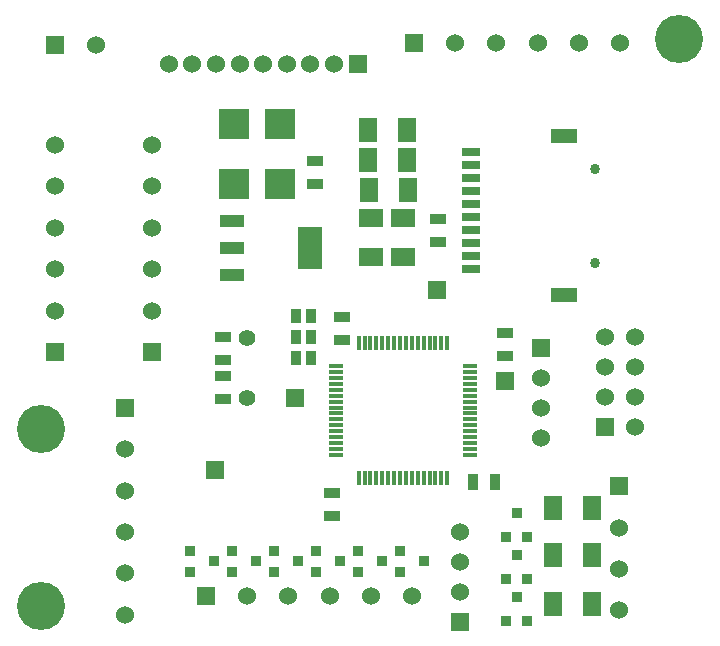
<source format=gts>
G04 (created by PCBNEW (2013-may-18)-stable) date Вт 17 фев 2015 22:42:46*
%MOIN*%
G04 Gerber Fmt 3.4, Leading zero omitted, Abs format*
%FSLAX34Y34*%
G01*
G70*
G90*
G04 APERTURE LIST*
%ADD10C,0.00590551*%
%ADD11R,0.06X0.06*%
%ADD12C,0.06*%
%ADD13R,0.036X0.036*%
%ADD14R,0.08X0.144*%
%ADD15R,0.08X0.04*%
%ADD16R,0.08X0.06*%
%ADD17R,0.06X0.08*%
%ADD18R,0.055X0.035*%
%ADD19R,0.035X0.055*%
%ADD20R,0.062X0.026*%
%ADD21C,0.034*%
%ADD22R,0.086X0.046*%
%ADD23C,0.056*%
%ADD24R,0.0472X0.0118*%
%ADD25R,0.0118X0.0472*%
%ADD26R,0.0984X0.1004*%
%ADD27R,0.038X0.05*%
%ADD28C,0.16*%
G04 APERTURE END LIST*
G54D10*
G54D11*
X32440Y-34043D03*
G54D12*
X32440Y-32665D03*
X32440Y-31287D03*
X32440Y-29909D03*
X32440Y-28531D03*
X32440Y-27153D03*
G54D11*
X29212Y-34043D03*
G54D12*
X29212Y-32665D03*
X29212Y-31287D03*
X29212Y-29909D03*
X29212Y-28531D03*
X29212Y-27153D03*
G54D11*
X41153Y-23740D03*
G54D12*
X42531Y-23740D03*
X43909Y-23740D03*
X45287Y-23740D03*
X46665Y-23740D03*
X48043Y-23740D03*
G54D11*
X34224Y-42165D03*
G54D12*
X35602Y-42165D03*
X36980Y-42165D03*
X38358Y-42165D03*
X39736Y-42165D03*
X41113Y-42165D03*
G54D11*
X31535Y-35917D03*
G54D12*
X31535Y-37295D03*
X31535Y-38673D03*
X31535Y-40050D03*
X31535Y-41428D03*
X31535Y-42806D03*
G54D11*
X29203Y-23818D03*
G54D12*
X30581Y-23818D03*
G54D13*
X37897Y-41379D03*
X37897Y-40679D03*
X38697Y-41029D03*
X44950Y-43000D03*
X44250Y-43000D03*
X44600Y-42200D03*
X44950Y-40200D03*
X44250Y-40200D03*
X44600Y-39400D03*
X44950Y-41600D03*
X44250Y-41600D03*
X44600Y-40800D03*
X39297Y-41379D03*
X39297Y-40679D03*
X40097Y-41029D03*
X36497Y-41379D03*
X36497Y-40679D03*
X37297Y-41029D03*
X35097Y-41379D03*
X35097Y-40679D03*
X35897Y-41029D03*
X33697Y-41379D03*
X33697Y-40679D03*
X34497Y-41029D03*
X40697Y-41379D03*
X40697Y-40679D03*
X41497Y-41029D03*
G54D14*
X37717Y-30590D03*
G54D15*
X35117Y-30590D03*
X35117Y-31490D03*
X35117Y-29690D03*
G54D16*
X40787Y-30886D03*
X40787Y-29586D03*
G54D17*
X45806Y-42440D03*
X47106Y-42440D03*
X45806Y-39251D03*
X47106Y-39251D03*
X45806Y-40826D03*
X47106Y-40826D03*
X39664Y-28661D03*
X40964Y-28661D03*
G54D16*
X39724Y-30886D03*
X39724Y-29586D03*
G54D17*
X40945Y-27657D03*
X39645Y-27657D03*
X40945Y-26653D03*
X39645Y-26653D03*
G54D18*
X44200Y-33425D03*
X44200Y-34175D03*
G54D19*
X43128Y-38385D03*
X43878Y-38385D03*
G54D18*
X38425Y-39508D03*
X38425Y-38758D03*
X38779Y-33642D03*
X38779Y-32892D03*
X41968Y-30375D03*
X41968Y-29625D03*
X34803Y-33562D03*
X34803Y-34312D03*
X34803Y-35611D03*
X34803Y-34861D03*
X37874Y-27695D03*
X37874Y-28445D03*
G54D11*
X47531Y-36539D03*
G54D12*
X48531Y-36539D03*
X47531Y-35539D03*
X48531Y-35539D03*
X47531Y-34539D03*
X48531Y-34539D03*
X47531Y-33539D03*
X48531Y-33539D03*
G54D11*
X42716Y-43035D03*
G54D12*
X42716Y-42035D03*
X42716Y-41035D03*
X42716Y-40035D03*
G54D11*
X45400Y-33900D03*
G54D12*
X45400Y-34900D03*
X45400Y-35900D03*
X45400Y-36900D03*
G54D11*
X44200Y-35000D03*
X41929Y-31968D03*
X37204Y-35590D03*
X34527Y-37992D03*
G54D20*
X43070Y-27383D03*
X43070Y-28253D03*
X43070Y-28683D03*
X43070Y-29113D03*
X43070Y-29553D03*
X43070Y-29983D03*
X43070Y-30413D03*
X43070Y-30853D03*
X43070Y-31283D03*
X43070Y-27827D03*
G54D21*
X47210Y-31083D03*
X47210Y-27933D03*
G54D22*
X46170Y-26833D03*
X46170Y-32133D03*
G54D23*
X35590Y-35566D03*
X35590Y-33566D03*
G54D24*
X38556Y-34524D03*
X38556Y-34721D03*
X38556Y-34918D03*
X38556Y-35115D03*
X38556Y-35312D03*
X38556Y-35508D03*
X38556Y-35705D03*
X38556Y-35902D03*
X38556Y-36098D03*
X38556Y-36295D03*
X38556Y-36492D03*
X38556Y-36688D03*
X38556Y-36885D03*
X38556Y-37082D03*
X38556Y-37279D03*
X38556Y-37476D03*
G54D25*
X39324Y-38244D03*
X39521Y-38244D03*
X39718Y-38244D03*
X39915Y-38244D03*
X40112Y-38244D03*
X40308Y-38244D03*
X40505Y-38244D03*
X40702Y-38244D03*
X40898Y-38244D03*
X41095Y-38244D03*
X41292Y-38244D03*
X41488Y-38244D03*
X41685Y-38244D03*
X41882Y-38244D03*
X42079Y-38244D03*
X42276Y-38244D03*
G54D24*
X43044Y-37476D03*
X43044Y-37279D03*
X43044Y-37082D03*
X43044Y-36885D03*
X43044Y-36688D03*
X43044Y-36492D03*
X43044Y-36295D03*
X43044Y-36098D03*
X43044Y-35902D03*
X43044Y-35705D03*
X43044Y-35508D03*
X43044Y-35312D03*
X43044Y-35115D03*
X43044Y-34918D03*
X43044Y-34721D03*
X43044Y-34524D03*
G54D25*
X42276Y-33756D03*
X42079Y-33756D03*
X41882Y-33756D03*
X41685Y-33756D03*
X41488Y-33756D03*
X41292Y-33756D03*
X41095Y-33756D03*
X40898Y-33756D03*
X40702Y-33756D03*
X40505Y-33756D03*
X40308Y-33756D03*
X40112Y-33756D03*
X39915Y-33756D03*
X39718Y-33756D03*
X39521Y-33756D03*
X39324Y-33756D03*
G54D26*
X36692Y-26446D03*
X36692Y-28434D03*
X35157Y-26446D03*
X35157Y-28434D03*
G54D11*
X48000Y-38522D03*
G54D12*
X48000Y-39900D03*
X48000Y-41277D03*
X48000Y-42655D03*
G54D11*
X39291Y-24448D03*
G54D12*
X38503Y-24448D03*
X37716Y-24448D03*
X36929Y-24448D03*
X36141Y-24448D03*
X35354Y-24448D03*
X34566Y-24448D03*
X33779Y-24448D03*
X32992Y-24448D03*
G54D27*
X37230Y-32834D03*
X37730Y-32834D03*
X37230Y-33543D03*
X37730Y-33543D03*
X37230Y-34251D03*
X37730Y-34251D03*
G54D28*
X50000Y-23622D03*
X28740Y-42519D03*
X28740Y-36614D03*
M02*

</source>
